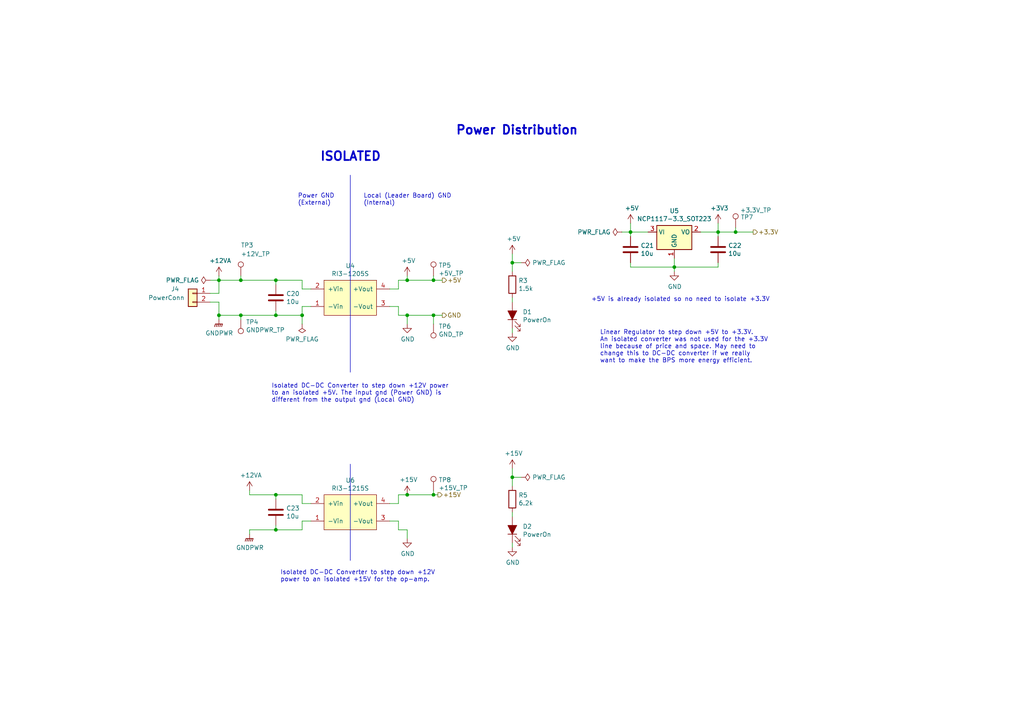
<source format=kicad_sch>
(kicad_sch (version 20230121) (generator eeschema)
  (paper "A4")
  (lib_symbols
    (symbol "Connector:TestPoint" (pin_numbers hide) (pin_names (offset 0.762) hide)
      (property "Reference" "TP" (at 0 6.858 0))
      (property "Value" "TestPoint" (at 0 5.08 0))
      (symbol "TestPoint_0_1"
        (circle (center 0 3.302) (radius 0.762))
      )
      (symbol "TestPoint_1_1"
        (pin passive line (at 0 0 90) (length 2.54) (name "1") (number "1"))
      )
    )
    (symbol "Connector_Generic:Conn_01x02" (pin_names (offset 1.016) hide)
      (property "Reference" "J" (at 0 2.54 0))
      (property "Value" "Conn_01x02" (at 0 -5.08 0))
      (symbol "Conn_01x02_1_1"
        (rectangle (start -1.27 -2.413) (end 0 -2.667) (stroke (width 0.1524)))
        (rectangle (start -1.27 0.127) (end 0 -0.127) (stroke (width 0.1524)))
        (rectangle (start -1.27 1.27) (end 1.27 -3.81) (stroke (width 0.254)) (fill (type background)))
        (pin passive line (at -5.08 0 0) (length 3.81) (name "Pin_1") (number "1"))
        (pin passive line (at -5.08 -2.54 0) (length 3.81) (name "Pin_2") (number "2"))
      )
    )
    (symbol "Device:C" (pin_numbers hide) (pin_names (offset 0.254))
      (property "Reference" "C" (at 0.635 2.54 0))
      (property "Value" "C" (at 0.635 -2.54 0))
      (symbol "C_0_1"
        (polyline (pts (xy -2.032 -0.762) (xy 2.032 -0.762)) (stroke (width 0.508)))
        (polyline (pts (xy -2.032 0.762) (xy 2.032 0.762)) (stroke (width 0.508)))
      )
      (symbol "C_1_1"
        (pin passive line (at 0 3.81 270) (length 2.794) (name "~") (number "1"))
        (pin passive line (at 0 -3.81 90) (length 2.794) (name "~") (number "2"))
      )
    )
    (symbol "Device:R" (pin_numbers hide) (pin_names (offset 0))
      (property "Reference" "R" (at 2.032 0 90))
      (property "Value" "R" (at 0 0 90))
      (symbol "R_0_1"
        (rectangle (start -1.016 -2.54) (end 1.016 2.54) (stroke (width 0.254)))
      )
      (symbol "R_1_1"
        (pin passive line (at 0 3.81 270) (length 1.27) (name "~") (number "1"))
        (pin passive line (at 0 -3.81 90) (length 1.27) (name "~") (number "2"))
      )
    )
    (symbol "Power-SupplementalMonitoringPCB-rescue:+3.3V-power" (power) (pin_names (offset 0))
      (property "Value" "+3.3V-power" (at 0 3.556 0))
      (symbol "+3.3V-power_0_1"
        (polyline (pts (xy -0.762 1.27) (xy 0 2.54)))
        (polyline (pts (xy 0 0) (xy 0 2.54)))
        (polyline (pts (xy 0 2.54) (xy 0.762 1.27)))
      )
      (symbol "+3.3V-power_1_1"
        (pin power_in line (at 0 0 90) (length 0) hide (name "+3V3") (number "1"))
      )
    )
    (symbol "Power-SupplementalMonitoringPCB-rescue:LED_ALT-Device" (pin_numbers hide) (pin_names (offset 1.016) hide)
      (property "Reference" "D" (at 0 2.54 0))
      (property "Value" "Device_LED_ALT" (at 0 -2.54 0))
      (symbol "LED_ALT-Device_0_1"
        (polyline (pts (xy -1.27 -1.27) (xy -1.27 1.27)) (stroke (width 0.2032)))
        (polyline (pts (xy -1.27 0) (xy 1.27 0)))
        (polyline (pts (xy 1.27 -1.27) (xy 1.27 1.27) (xy -1.27 0) (xy 1.27 -1.27)) (stroke (width 0.2032)) (fill (type outline)))
        (polyline (pts (xy -3.048 -0.762) (xy -4.572 -2.286) (xy -3.81 -2.286) (xy -4.572 -2.286) (xy -4.572 -1.524)))
        (polyline (pts (xy -1.778 -0.762) (xy -3.302 -2.286) (xy -2.54 -2.286) (xy -3.302 -2.286) (xy -3.302 -1.524)))
      )
      (symbol "LED_ALT-Device_1_1"
        (pin passive line (at -3.81 0 0) (length 2.54) (name "K") (number "1"))
        (pin passive line (at 3.81 0 180) (length 2.54) (name "A") (number "2"))
      )
    )
    (symbol "Power-SupplementalMonitoringPCB-rescue:RI3-1205S-utsvt-power-regulators" (pin_names (offset 1.016))
      (property "Reference" "U" (at 0 3.81 0))
      (property "Value" "utsvt-power-regulators_RI3-1205S" (at 0 1.27 0))
      (symbol "RI3-1205S-utsvt-power-regulators_0_1"
        (rectangle (start -7.62 0) (end 7.62 -10.16) (fill (type background)))
      )
      (symbol "RI3-1205S-utsvt-power-regulators_1_1"
        (pin input line (at -11.43 -7.62 0) (length 3.81) (name "-Vin") (number "1"))
        (pin power_in line (at -11.43 -2.54 0) (length 3.81) (name "+Vin") (number "2"))
        (pin power_out line (at 11.43 -7.62 180) (length 3.81) (name "-Vout") (number "3"))
        (pin power_out line (at 11.43 -2.54 180) (length 3.81) (name "+Vout") (number "4"))
      )
    )
    (symbol "Power-SupplementalMonitoringPCB-rescue:RI3-1215S-utsvt-power-regulators" (pin_names (offset 1.016))
      (property "Reference" "U" (at 0 2.54 0))
      (property "Value" "utsvt-power-regulators_RI3-1215S" (at 0 0 0))
      (symbol "RI3-1215S-utsvt-power-regulators_1_1"
        (rectangle (start -7.62 -1.27) (end 7.62 -11.43) (fill (type background)))
        (pin input line (at -11.43 -8.89 0) (length 3.81) (name "-Vin") (number "1"))
        (pin power_in line (at -11.43 -3.81 0) (length 3.81) (name "+Vin") (number "2"))
        (pin power_out line (at 11.43 -8.89 180) (length 3.81) (name "-Vout") (number "3"))
        (pin power_out line (at 11.43 -3.81 180) (length 3.81) (name "+Vout") (number "4"))
      )
    )
    (symbol "Regulator_Linear:LD1117S33TR_SOT223"
      (property "Reference" "U" (at -3.81 3.175 0))
      (property "Value" "LD1117S33TR_SOT223" (at 0 3.175 0))
      (symbol "LD1117S33TR_SOT223_0_1"
        (rectangle (start -5.08 -5.08) (end 5.08 1.905) (stroke (width 0.254)) (fill (type background)))
      )
      (symbol "LD1117S33TR_SOT223_1_1"
        (pin power_in line (at 0 -7.62 90) (length 2.54) (name "GND") (number "1"))
        (pin power_out line (at 7.62 0 180) (length 2.54) (name "VO") (number "2"))
        (pin power_in line (at -7.62 0 0) (length 2.54) (name "VI") (number "3"))
      )
    )
    (symbol "power:+12VA" (power) (pin_names (offset 0))
      (property "Value" "+12VA" (at 0 3.556 0))
      (symbol "+12VA_0_1"
        (polyline (pts (xy -0.762 1.27) (xy 0 2.54)))
        (polyline (pts (xy 0 0) (xy 0 2.54)))
        (polyline (pts (xy 0 2.54) (xy 0.762 1.27)))
      )
      (symbol "+12VA_1_1"
        (pin power_in line (at 0 0 90) (length 0) hide (name "+12VA") (number "1"))
      )
    )
    (symbol "power:+15V" (power) (pin_names (offset 0))
      (property "Value" "+15V" (at 0 3.556 0))
      (symbol "+15V_0_1"
        (polyline (pts (xy -0.762 1.27) (xy 0 2.54)))
        (polyline (pts (xy 0 0) (xy 0 2.54)))
        (polyline (pts (xy 0 2.54) (xy 0.762 1.27)))
      )
      (symbol "+15V_1_1"
        (pin power_in line (at 0 0 90) (length 0) hide (name "+15V") (number "1"))
      )
    )
    (symbol "power:+5V" (power) (pin_names (offset 0))
      (property "Value" "+5V" (at 0 3.556 0))
      (symbol "+5V_0_1"
        (polyline (pts (xy -0.762 1.27) (xy 0 2.54)))
        (polyline (pts (xy 0 0) (xy 0 2.54)))
        (polyline (pts (xy 0 2.54) (xy 0.762 1.27)))
      )
      (symbol "+5V_1_1"
        (pin power_in line (at 0 0 90) (length 0) hide (name "+5V") (number "1"))
      )
    )
    (symbol "power:GND" (power) (pin_names (offset 0))
      (property "Value" "GND" (at 0 -3.81 0))
      (symbol "GND_0_1"
        (polyline (pts (xy 0 0) (xy 0 -1.27) (xy 1.27 -1.27) (xy 0 -2.54) (xy -1.27 -1.27) (xy 0 -1.27)))
      )
      (symbol "GND_1_1"
        (pin power_in line (at 0 0 270) (length 0) hide (name "GND") (number "1"))
      )
    )
    (symbol "power:GNDPWR" (power) (pin_names (offset 0))
      (property "Value" "GNDPWR" (at 0 -3.302 0))
      (symbol "GNDPWR_0_1"
        (polyline (pts (xy 0 -1.27) (xy 0 0)))
        (polyline (pts (xy -1.016 -1.27) (xy -1.27 -2.032) (xy -1.27 -2.032)) (stroke (width 0.2032)))
        (polyline (pts (xy -0.508 -1.27) (xy -0.762 -2.032) (xy -0.762 -2.032)) (stroke (width 0.2032)))
        (polyline (pts (xy 0 -1.27) (xy -0.254 -2.032) (xy -0.254 -2.032)) (stroke (width 0.2032)))
        (polyline (pts (xy 0.508 -1.27) (xy 0.254 -2.032) (xy 0.254 -2.032)) (stroke (width 0.2032)))
        (polyline (pts (xy 1.016 -1.27) (xy -1.016 -1.27) (xy -1.016 -1.27)) (stroke (width 0.2032)))
        (polyline (pts (xy 1.016 -1.27) (xy 0.762 -2.032) (xy 0.762 -2.032) (xy 0.762 -2.032)) (stroke (width 0.2032)))
      )
      (symbol "GNDPWR_1_1"
        (pin power_in line (at 0 0 270) (length 0) hide (name "GNDPWR") (number "1"))
      )
    )
    (symbol "power:PWR_FLAG" (power) (pin_numbers hide) (pin_names (offset 0) hide)
      (property "Value" "PWR_FLAG" (at 0 3.81 0))
      (symbol "PWR_FLAG_0_0"
        (pin power_out line (at 0 0 90) (length 0) (name "pwr") (number "1"))
      )
      (symbol "PWR_FLAG_0_1"
        (polyline (pts (xy 0 0) (xy 0 1.27) (xy -1.016 1.905) (xy 0 2.54) (xy 1.016 1.905) (xy 0 1.27)))
      )
    )
  )
  (junction (at 148.59 138.43))
  (junction (at 195.58 77.47))
  (junction (at 69.85 81.28))
  (junction (at 63.5 81.28))
  (junction (at 213.36 67.31))
  (junction (at 80.01 91.44))
  (junction (at 182.88 67.31))
  (junction (at 63.5 91.44))
  (junction (at 208.28 67.31))
  (junction (at 125.73 143.51))
  (junction (at 118.11 91.44))
  (junction (at 87.63 91.44))
  (junction (at 80.01 153.67))
  (junction (at 148.59 76.2))
  (junction (at 118.11 143.51))
  (junction (at 118.11 81.28))
  (junction (at 69.85 91.44))
  (junction (at 80.01 143.51))
  (junction (at 80.01 81.28))
  (junction (at 125.73 91.44))
  (junction (at 125.73 81.28))
  (wire (pts (xy 125.73 80.01) (xy 125.73 81.28)))
  (wire (pts (xy 125.73 93.98) (xy 125.73 91.44)))
  (wire (pts (xy 69.85 92.71) (xy 69.85 91.44)))
  (wire (pts (xy 195.58 77.47) (xy 195.58 78.74)))
  (wire (pts (xy 60.96 81.28) (xy 63.5 81.28)))
  (wire (pts (xy 80.01 81.28) (xy 87.63 81.28)))
  (wire (pts (xy 60.96 87.63) (xy 63.5 87.63)))
  (wire (pts (xy 148.59 149.86) (xy 148.59 148.59)))
  (wire (pts (xy 115.57 83.82) (xy 115.57 81.28)))
  (wire (pts (xy 115.57 151.13) (xy 115.57 153.67)))
  (wire (pts (xy 80.01 144.78) (xy 80.01 143.51)))
  (wire (pts (xy 213.36 66.04) (xy 213.36 67.31)))
  (wire (pts (xy 148.59 87.63) (xy 148.59 86.36)))
  (wire (pts (xy 80.01 152.4) (xy 80.01 153.67)))
  (wire (pts (xy 208.28 64.77) (xy 208.28 67.31)))
  (wire (pts (xy 87.63 151.13) (xy 87.63 153.67)))
  (wire (pts (xy 63.5 91.44) (xy 63.5 92.71)))
  (wire (pts (xy 63.5 80.01) (xy 63.5 81.28)))
  (wire (pts (xy 125.73 142.24) (xy 125.73 143.51)))
  (wire (pts (xy 87.63 91.44) (xy 87.63 93.98)))
  (wire (pts (xy 80.01 82.55) (xy 80.01 81.28)))
  (wire (pts (xy 87.63 146.05) (xy 90.17 146.05)))
  (wire (pts (xy 115.57 91.44) (xy 118.11 91.44)))
  (wire (pts (xy 87.63 151.13) (xy 90.17 151.13)))
  (wire (pts (xy 69.85 80.01) (xy 69.85 81.28)))
  (wire (pts (xy 115.57 153.67) (xy 118.11 153.67)))
  (wire (pts (xy 182.88 67.31) (xy 182.88 68.58)))
  (wire (pts (xy 80.01 153.67) (xy 87.63 153.67)))
  (wire (pts (xy 80.01 143.51) (xy 87.63 143.51)))
  (wire (pts (xy 118.11 80.01) (xy 118.11 81.28)))
  (wire (pts (xy 203.2 67.31) (xy 208.28 67.31)))
  (wire (pts (xy 180.34 67.31) (xy 182.88 67.31)))
  (wire (pts (xy 218.44 67.31) (xy 213.36 67.31)))
  (wire (pts (xy 80.01 91.44) (xy 87.63 91.44)))
  (wire (pts (xy 151.13 76.2) (xy 148.59 76.2)))
  (wire (pts (xy 63.5 87.63) (xy 63.5 91.44)))
  (wire (pts (xy 195.58 77.47) (xy 208.28 77.47)))
  (wire (pts (xy 63.5 85.09) (xy 60.96 85.09)))
  (wire (pts (xy 115.57 81.28) (xy 118.11 81.28)))
  (wire (pts (xy 127 143.51) (xy 125.73 143.51)))
  (wire (pts (xy 208.28 67.31) (xy 208.28 68.58)))
  (wire (pts (xy 182.88 77.47) (xy 195.58 77.47)))
  (wire (pts (xy 125.73 81.28) (xy 128.27 81.28)))
  (wire (pts (xy 118.11 156.21) (xy 118.11 153.67)))
  (wire (pts (xy 113.03 151.13) (xy 115.57 151.13)))
  (wire (pts (xy 72.39 143.51) (xy 72.39 142.24)))
  (wire (pts (xy 72.39 153.67) (xy 72.39 154.94)))
  (wire (pts (xy 63.5 91.44) (xy 69.85 91.44)))
  (polyline (pts (xy 101.6 134.62) (xy 101.6 162.56)))
  (wire (pts (xy 69.85 91.44) (xy 80.01 91.44)))
  (wire (pts (xy 63.5 81.28) (xy 69.85 81.28)))
  (wire (pts (xy 87.63 143.51) (xy 87.63 146.05)))
  (wire (pts (xy 63.5 81.28) (xy 63.5 85.09)))
  (wire (pts (xy 80.01 143.51) (xy 72.39 143.51)))
  (wire (pts (xy 148.59 158.75) (xy 148.59 157.48)))
  (wire (pts (xy 115.57 146.05) (xy 115.57 143.51)))
  (wire (pts (xy 151.13 138.43) (xy 148.59 138.43)))
  (wire (pts (xy 115.57 88.9) (xy 115.57 91.44)))
  (wire (pts (xy 148.59 138.43) (xy 148.59 140.97)))
  (wire (pts (xy 182.88 64.77) (xy 182.88 67.31)))
  (wire (pts (xy 113.03 146.05) (xy 115.57 146.05)))
  (wire (pts (xy 118.11 93.98) (xy 118.11 91.44)))
  (wire (pts (xy 118.11 143.51) (xy 125.73 143.51)))
  (wire (pts (xy 148.59 135.89) (xy 148.59 138.43)))
  (wire (pts (xy 208.28 77.47) (xy 208.28 76.2)))
  (wire (pts (xy 87.63 81.28) (xy 87.63 83.82)))
  (wire (pts (xy 118.11 81.28) (xy 125.73 81.28)))
  (wire (pts (xy 87.63 88.9) (xy 87.63 91.44)))
  (wire (pts (xy 213.36 67.31) (xy 208.28 67.31)))
  (wire (pts (xy 195.58 74.93) (xy 195.58 77.47)))
  (wire (pts (xy 148.59 96.52) (xy 148.59 95.25)))
  (wire (pts (xy 187.96 67.31) (xy 182.88 67.31)))
  (wire (pts (xy 182.88 76.2) (xy 182.88 77.47)))
  (wire (pts (xy 115.57 143.51) (xy 118.11 143.51)))
  (wire (pts (xy 80.01 90.17) (xy 80.01 91.44)))
  (wire (pts (xy 148.59 76.2) (xy 148.59 78.74)))
  (wire (pts (xy 113.03 88.9) (xy 115.57 88.9)))
  (wire (pts (xy 148.59 73.66) (xy 148.59 76.2)))
  (wire (pts (xy 113.03 83.82) (xy 115.57 83.82)))
  (wire (pts (xy 87.63 88.9) (xy 90.17 88.9)))
  (polyline (pts (xy 101.6 50.8) (xy 101.6 107.95)))
  (wire (pts (xy 128.27 91.44) (xy 125.73 91.44)))
  (wire (pts (xy 80.01 153.67) (xy 72.39 153.67)))
  (wire (pts (xy 87.63 83.82) (xy 90.17 83.82)))
  (wire (pts (xy 125.73 91.44) (xy 118.11 91.44)))
  (wire (pts (xy 69.85 81.28) (xy 80.01 81.28)))
  (text "Power GND\n(External)" (at 86.36 59.69 0) (effects (font (size 1.27 1.27)) (justify left bottom)))
  (text "Isolated DC-DC Converter to step down +12V power\nto an isolated +5V. The input gnd (Power GND) is\ndifferent from the output gnd (Local GND)" (at 78.74 116.84 0) (effects (font (size 1.27 1.27)) (justify left bottom)))
  (text "ISOLATED" (at 92.71 46.99 0) (effects (font (size 2.54 2.54) (thickness 0.508) bold) (justify left bottom)))
  (text "+5V is already isolated so no need to isolate +3.3V" (at 171.45 87.63 0) (effects (font (size 1.27 1.27)) (justify left bottom)))
  (text "Local (Leader Board) GND\n(Internal)" (at 105.41 59.69 0) (effects (font (size 1.27 1.27)) (justify left bottom)))
  (text "Power Distribution" (at 132.08 39.37 0) (effects (font (size 2.54 2.54) (thickness 0.508) bold) (justify left bottom)))
  (text "Isolated DC-DC Converter to step down +12V \npower to an isolated +15V for the op-amp. " (at 81.28 168.91 0) (effects (font (size 1.27 1.27)) (justify left bottom)))
  (text "Linear Regulator to step down +5V to +3.3V.\nAn isolated converter was not used for the +3.3V\nline because of price and space. May need to\nchange this to DC-DC converter if we really\nwant to make the BPS more energy efficient." (at 173.99 105.41 0) (effects (font (size 1.27 1.27)) (justify left bottom)))
  (hierarchical_label "+3.3V" (shape output) (at 218.44 67.31 0))
  (hierarchical_label "+5V" (shape output) (at 128.27 81.28 0))
  (hierarchical_label "+15V" (shape output) (at 127 143.51 0))
  (hierarchical_label "GND" (shape output) (at 128.27 91.44 0))
  (symbol (lib_id "power:+12VA") (at 63.5 80.01 0) (unit 1)
    (property "Reference" "#PWR025" (effects hide))
    (property "Value" "+12VA" (at 63.881 75.6158 0))
  )
  (symbol (lib_id "Device:C") (at 80.01 86.36 0) (unit 1)
    (property "Reference" "C20" (at 83.0072 85.1916 0) (effects (justify left)))
    (property "Value" "10u" (at 83.0072 87.503 0) (effects (justify left)))
    (property "Footprint" "UTSVT_Passive:C_2220_5750Metric" (effects hide))
  )
  (symbol (lib_id "power:+5V") (at 118.11 80.01 0) (unit 1)
    (property "Reference" "#PWR027" (effects hide))
    (property "Value" "+5V" (at 118.491 75.6158 0))
  )
  (symbol (lib_id "Connector:TestPoint") (at 69.85 80.01 0) (unit 1)
    (property "Reference" "TP3" (at 69.85 71.12 0) (effects (justify left)))
    (property "Value" "+12V_TP" (at 69.85 73.66 0) (effects (justify left)))
    (property "Footprint" "TestPoint:TestPoint_Keystone_5005-5009_Compact" (effects hide))
  )
  (symbol (lib_id "Connector:TestPoint") (at 125.73 80.01 0) (unit 1)
    (property "Reference" "TP5" (at 127.2032 76.962 0) (effects (justify left)))
    (property "Value" "+5V_TP" (at 127.2032 79.2734 0) (effects (justify left)))
    (property "Footprint" "TestPoint:TestPoint_Keystone_5005-5009_Compact" (effects hide))
  )
  (symbol (lib_id "Connector:TestPoint") (at 125.73 93.98 180) (unit 1)
    (property "Reference" "TP6" (at 127.2032 94.6658 0) (effects (justify right)))
    (property "Value" "GND_TP" (at 127.2032 96.9772 0) (effects (justify right)))
    (property "Footprint" "TestPoint:TestPoint_Keystone_5005-5009_Compact" (effects hide))
  )
  (symbol (lib_id "Power-SupplementalMonitoringPCB-rescue:RI3-1205S-utsvt-power-regulators") (at 101.6 81.28 0) (unit 1)
    (property "Reference" "U4" (at 101.6 77.089 0))
    (property "Value" "RI3-1205S" (at 101.6 79.4004 0))
    (property "Footprint" "UTSVT_ICs:RI3_DC_Converter" (effects hide))
  )
  (symbol (lib_id "power:GND") (at 118.11 93.98 0) (unit 1)
    (property "Reference" "#PWR028" (effects hide))
    (property "Value" "GND" (at 118.237 98.3742 0))
  )
  (symbol (lib_id "power:GNDPWR") (at 63.5 92.71 0) (unit 1)
    (property "Reference" "#PWR026" (effects hide))
    (property "Value" "GNDPWR" (at 63.6016 96.6216 0))
  )
  (symbol (lib_id "power:GND") (at 148.59 96.52 0) (unit 1)
    (property "Reference" "#PWR030" (effects hide))
    (property "Value" "GND" (at 148.717 100.9142 0))
  )
  (symbol (lib_id "Power-SupplementalMonitoringPCB-rescue:LED_ALT-Device") (at 148.59 91.44 90) (unit 1)
    (property "Reference" "D1" (at 151.5872 90.4748 90) (effects (justify right)))
    (property "Value" "PowerOn" (at 151.5872 92.7862 90) (effects (justify right)))
    (property "Footprint" "LED_SMD:LED_0805_2012Metric" (effects hide))
    (property "Color" "Green" (effects hide))
    (property "P/N" "APTD2012LCGCK" (effects hide))
  )
  (symbol (lib_id "Device:R") (at 148.59 82.55 0) (unit 1)
    (property "Reference" "R3" (at 150.368 81.3816 0) (effects (justify left)))
    (property "Value" "1.5k" (at 150.368 83.693 0) (effects (justify left)))
    (property "Footprint" "Resistor_SMD:R_0805_2012Metric" (effects hide))
  )
  (symbol (lib_id "power:+5V") (at 148.59 73.66 0) (unit 1)
    (property "Reference" "#PWR029" (effects hide))
    (property "Value" "+5V" (at 148.971 69.2658 0))
  )
  (symbol (lib_id "power:+5V") (at 182.88 64.77 0) (unit 1)
    (property "Reference" "#PWR031" (effects hide))
    (property "Value" "+5V" (at 183.261 60.3758 0))
  )
  (symbol (lib_id "Regulator_Linear:LD1117S33TR_SOT223") (at 195.58 67.31 0) (unit 1)
    (property "Reference" "U5" (at 195.58 61.1632 0))
    (property "Value" "NCP1117-3.3_SOT223" (at 195.58 63.4746 0))
    (property "Footprint" "Package_TO_SOT_SMD:SOT-223-3_TabPin2" (effects hide))
    (property "Datasheet" "http://www.onsemi.com/pub_link/Collateral/NCP1117-D.PDF" (effects hide))
  )
  (symbol (lib_id "Device:C") (at 182.88 72.39 0) (unit 1)
    (property "Reference" "C21" (at 185.801 71.2216 0) (effects (justify left)))
    (property "Value" "10u" (at 185.801 73.533 0) (effects (justify left)))
    (property "Footprint" "Capacitor_SMD:C_0805_2012Metric" (effects hide))
  )
  (symbol (lib_id "Device:C") (at 208.28 72.39 0) (unit 1)
    (property "Reference" "C22" (at 211.201 71.2216 0) (effects (justify left)))
    (property "Value" "10u" (at 211.201 73.533 0) (effects (justify left)))
    (property "Footprint" "Capacitor_SMD:C_0805_2012Metric" (effects hide))
  )
  (symbol (lib_id "power:GND") (at 195.58 78.74 0) (unit 1)
    (property "Reference" "#PWR032" (effects hide))
    (property "Value" "GND" (at 195.707 83.1342 0))
  )
  (symbol (lib_id "Power-SupplementalMonitoringPCB-rescue:+3.3V-power") (at 208.28 64.77 0) (unit 1)
    (property "Reference" "#PWR033" (effects hide))
    (property "Value" "+3.3V" (at 208.661 60.3758 0))
  )
  (symbol (lib_id "Connector:TestPoint") (at 213.36 66.04 0) (unit 1)
    (property "Reference" "TP7" (at 214.8332 62.992 0) (effects (justify left)))
    (property "Value" "+3.3V_TP" (at 214.63 60.96 0) (effects (justify left)))
    (property "Footprint" "TestPoint:TestPoint_Keystone_5005-5009_Compact" (effects hide))
  )
  (symbol (lib_id "Connector:TestPoint") (at 69.85 92.71 180) (unit 1)
    (property "Reference" "TP4" (at 71.3232 93.3958 0) (effects (justify right)))
    (property "Value" "GNDPWR_TP" (at 71.3232 95.7072 0) (effects (justify right)))
    (property "Footprint" "TestPoint:TestPoint_Keystone_5005-5009_Compact" (effects hide))
  )
  (symbol (lib_id "Connector_Generic:Conn_01x02") (at 55.88 85.09 0) (mirror y) (unit 1)
    (property "Reference" "J4" (at 50.8 83.82 0))
    (property "Value" "PowerConn" (at 48.26 86.36 0))
    (property "Footprint" "UTSVT_Connectors:Molex_MicroFit3.0_1x2xP3.00mm_PolarizingPeg_Vertical" (effects hide))
  )
  (symbol (lib_id "power:PWR_FLAG") (at 180.34 67.31 90) (unit 1)
    (property "Reference" "#FLG07" (effects hide))
    (property "Value" "PWR_FLAG" (at 177.1142 67.31 90) (effects (justify left)))
  )
  (symbol (lib_id "power:PWR_FLAG") (at 87.63 93.98 180) (unit 1)
    (property "Reference" "#FLG05" (effects hide))
    (property "Value" "PWR_FLAG" (at 87.63 98.3742 0))
  )
  (symbol (lib_id "power:PWR_FLAG") (at 151.13 76.2 270) (unit 1)
    (property "Reference" "#FLG06" (effects hide))
    (property "Value" "PWR_FLAG" (at 154.3812 76.2 90) (effects (justify left)))
  )
  (symbol (lib_id "power:PWR_FLAG") (at 60.96 81.28 90) (unit 1)
    (property "Reference" "#FLG04" (effects hide))
    (property "Value" "PWR_FLAG" (at 57.7342 81.28 90) (effects (justify left)))
  )
  (symbol (lib_id "Power-SupplementalMonitoringPCB-rescue:RI3-1215S-utsvt-power-regulators") (at 101.6 142.24 0) (unit 1)
    (property "Reference" "U6" (at 101.6 139.319 0))
    (property "Value" "RI3-1215S" (at 101.6 141.6304 0))
    (property "Footprint" "UTSVT_ICs:RI3_DC_Converter" (effects hide))
    (property "Datasheet" "https://www.mouser.com/ProductDetail/RECOM-Power/RI3-1215S?qs=IbBl3rwNelP5MknR3WLoHg%3D%3D" (effects hide))
  )
  (symbol (lib_id "power:+12VA") (at 72.39 142.24 0) (unit 1)
    (property "Reference" "#PWR039" (effects hide))
    (property "Value" "+12VA" (at 72.771 137.8458 0))
  )
  (symbol (lib_id "Device:C") (at 80.01 148.59 0) (unit 1)
    (property "Reference" "C23" (at 83.0072 147.4216 0) (effects (justify left)))
    (property "Value" "10u" (at 83.0072 149.733 0) (effects (justify left)))
    (property "Footprint" "UTSVT_Passive:C_2220_5750Metric" (effects hide))
  )
  (symbol (lib_id "power:GNDPWR") (at 72.39 154.94 0) (unit 1)
    (property "Reference" "#PWR040" (effects hide))
    (property "Value" "GNDPWR" (at 72.4916 158.8516 0))
  )
  (symbol (lib_id "Connector:TestPoint") (at 125.73 142.24 0) (unit 1)
    (property "Reference" "TP8" (at 127.2032 139.192 0) (effects (justify left)))
    (property "Value" "+15V_TP" (at 127.2032 141.5034 0) (effects (justify left)))
    (property "Footprint" "TestPoint:TestPoint_Keystone_5005-5009_Compact" (effects hide))
  )
  (symbol (lib_id "power:GND") (at 148.59 158.75 0) (unit 1)
    (property "Reference" "#PWR044" (effects hide))
    (property "Value" "GND" (at 148.717 163.1442 0))
  )
  (symbol (lib_id "Power-SupplementalMonitoringPCB-rescue:LED_ALT-Device") (at 148.59 153.67 90) (unit 1)
    (property "Reference" "D2" (at 151.5872 152.7048 90) (effects (justify right)))
    (property "Value" "PowerOn" (at 151.5872 155.0162 90) (effects (justify right)))
    (property "Footprint" "LED_SMD:LED_0805_2012Metric" (effects hide))
    (property "Color" "Green" (effects hide))
    (property "P/N" "APTD2012LCGCK" (effects hide))
  )
  (symbol (lib_id "Device:R") (at 148.59 144.78 0) (unit 1)
    (property "Reference" "R5" (at 150.368 143.6116 0) (effects (justify left)))
    (property "Value" "6.2k" (at 150.368 145.923 0) (effects (justify left)))
    (property "Footprint" "Resistor_SMD:R_0805_2012Metric" (effects hide))
  )
  (symbol (lib_id "power:GND") (at 118.11 156.21 0) (unit 1)
    (property "Reference" "#PWR042" (effects hide))
    (property "Value" "GND" (at 118.237 160.6042 0))
  )
  (symbol (lib_id "power:PWR_FLAG") (at 151.13 138.43 270) (unit 1)
    (property "Reference" "#FLG08" (effects hide))
    (property "Value" "PWR_FLAG" (at 154.3812 138.43 90) (effects (justify left)))
  )
  (symbol (lib_id "power:+15V") (at 118.11 143.51 0) (unit 1)
    (property "Reference" "#PWR041" (effects hide))
    (property "Value" "+15V" (at 118.491 139.1158 0))
  )
  (symbol (lib_id "power:+15V") (at 148.59 135.89 0) (unit 1)
    (property "Reference" "#PWR043" (effects hide))
    (property "Value" "+15V" (at 148.971 131.4958 0))
  )
)
</source>
